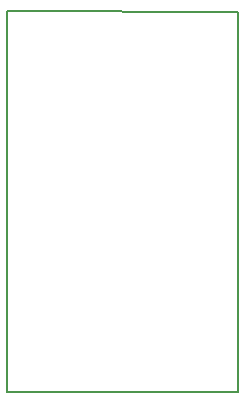
<source format=gm1>
G04 #@! TF.GenerationSoftware,KiCad,Pcbnew,(5.0.0)*
G04 #@! TF.CreationDate,2018-09-15T15:06:13-04:00*
G04 #@! TF.ProjectId,STMPod,53544D506F642E6B696361645F706362,rev?*
G04 #@! TF.SameCoordinates,Original*
G04 #@! TF.FileFunction,Profile,NP*
%FSLAX46Y46*%
G04 Gerber Fmt 4.6, Leading zero omitted, Abs format (unit mm)*
G04 Created by KiCad (PCBNEW (5.0.0)) date 09/15/18 15:06:13*
%MOMM*%
%LPD*%
G01*
G04 APERTURE LIST*
%ADD10C,0.150000*%
G04 APERTURE END LIST*
D10*
X165481000Y-103759000D02*
X165481000Y-71501000D01*
X185039000Y-103759000D02*
X165481000Y-103759000D01*
X185039000Y-71628000D02*
X185039000Y-103759000D01*
X165481000Y-71501000D02*
X185039000Y-71628000D01*
M02*

</source>
